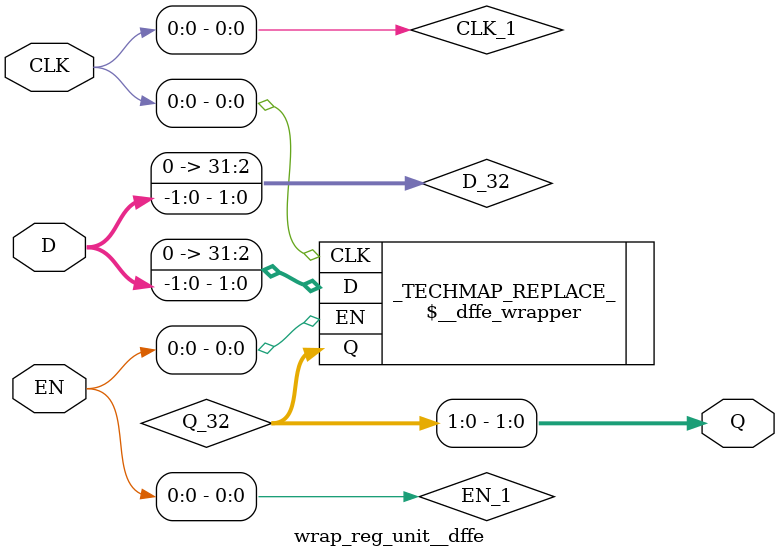
<source format=v>
(* techmap_celltype = "\$sdffe" *)
module wrap_reg_unit__sdffe #(
    parameter CLK_POLARITY = 0,
    parameter EN_POLARITY = 0,
    parameter SRST_POLARITY = 0,
    parameter SRST_VALUE = 0,
    parameter WIDTH = 0
)
(
    input wire[WIDTH - 1:0] CLK,
    input wire[WIDTH - 1:0] D,
    input wire[WIDTH - 1:0] EN,
    output reg[WIDTH - 1:0] Q,
    input wire[WIDTH - 1:0] SRST
);

reg CLK_1;
reg [31:0] D_32;
reg EN_1;
reg [31:0] Q_32;
reg SRST_1;
assign CLK_1 = CLK;
assign D_32 = D;
assign EN_1 = EN;
assign Q = Q_32;
assign SRST_1 = SRST;
\$__sdffe_wrapper #(
    .CLK_POLARITY(CLK_POLARITY),
    .EN_POLARITY(EN_POLARITY),
    .SRST_POLARITY(SRST_POLARITY),
    .SRST_VALUE(SRST_VALUE),
    .WIDTH(WIDTH)
) _TECHMAP_REPLACE_ (
    .CLK(CLK_1),
    .D(D_32),
    .EN(EN_1),
    .Q(Q_32),
    .SRST(SRST_1)
);

endmodule

(* techmap_celltype = "\$sdff" *)
module wrap_reg_unit__sdff #(
    parameter CLK_POLARITY = 0,
    parameter SRST_POLARITY = 0,
    parameter SRST_VALUE = 0,
    parameter WIDTH = 0
)
(
    input wire[WIDTH - 1:0] CLK,
    input wire[WIDTH - 1:0] D,
    output reg[WIDTH - 1:0] Q,
    input wire[WIDTH - 1:0] SRST
);

reg CLK_1;
reg [31:0] D_32;
reg [31:0] Q_32;
reg SRST_1;
assign CLK_1 = CLK;
assign D_32 = D;
assign Q = Q_32;
assign SRST_1 = SRST;
\$__sdff_wrapper #(
    .CLK_POLARITY(CLK_POLARITY),
    .SRST_POLARITY(SRST_POLARITY),
    .SRST_VALUE(SRST_VALUE),
    .WIDTH(WIDTH)
) _TECHMAP_REPLACE_ (
    .CLK(CLK_1),
    .D(D_32),
    .Q(Q_32),
    .SRST(SRST_1)
);

endmodule

(* techmap_celltype = "\$dff" *)
module wrap_reg_unit__dff #(
    parameter CLK_POLARITY = 0,
    parameter WIDTH = 0
)
(
    input wire[WIDTH - 1:0] CLK,
    input wire[WIDTH - 1:0] D,
    output reg[WIDTH - 1:0] Q
);

reg CLK_1;
reg [31:0] D_32;
reg [31:0] Q_32;
assign CLK_1 = CLK;
assign D_32 = D;
assign Q = Q_32;
\$__dff_wrapper #(
    .CLK_POLARITY(CLK_POLARITY),
    .WIDTH(WIDTH)
) _TECHMAP_REPLACE_ (
    .CLK(CLK_1),
    .D(D_32),
    .Q(Q_32)
);

endmodule

(* techmap_celltype = "\$dffe" *)
module wrap_reg_unit__dffe #(
    parameter CLK_POLARITY = 0,
    parameter EN_POLARITY = 0,
    parameter WIDTH = 0
)
(
    input wire[WIDTH - 1:0] CLK,
    input wire[WIDTH - 1:0] D,
    input wire[WIDTH - 1:0] EN,
    output reg[WIDTH - 1:0] Q
);

reg CLK_1;
reg [31:0] D_32;
reg EN_1;
reg [31:0] Q_32;
assign CLK_1 = CLK;
assign D_32 = D;
assign EN_1 = EN;
assign Q = Q_32;
\$__dffe_wrapper #(
    .CLK_POLARITY(CLK_POLARITY),
    .EN_POLARITY(EN_POLARITY),
    .WIDTH(WIDTH)
) _TECHMAP_REPLACE_ (
    .CLK(CLK_1),
    .D(D_32),
    .EN(EN_1),
    .Q(Q_32)
);

endmodule


</source>
